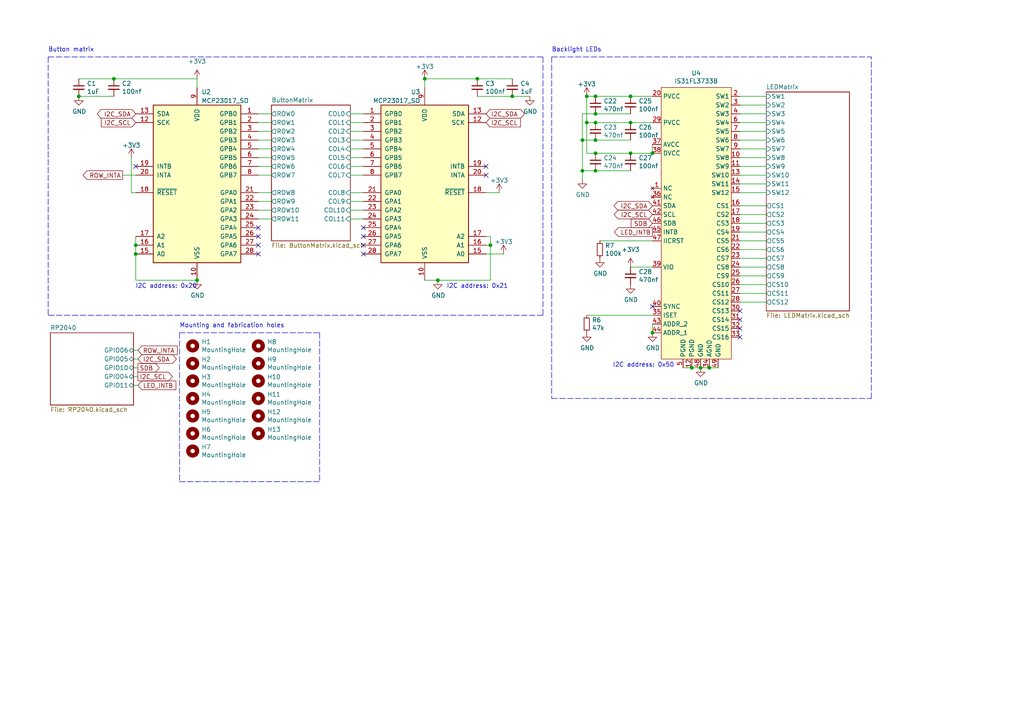
<source format=kicad_sch>
(kicad_sch (version 20211123) (generator eeschema)
  (paper "A4")
  (title_block (title "Collins FMS 3000") (date "%%date%%") (rev "%%version%%") (comment 3 "info@danecreekphotography.com") (comment 4 "Neil Enns"))
  (lib_symbols
    (symbol "Collins-FMS-3000:IS31FL3733B"
      (property "Reference" "U" (at -10.16 30.48 0))
      (property "Value" "IS31FL3733B" (at 20.32 -50.8 0))
      (symbol "IS31FL3733B_0_1"
        (rectangle (start 10.16 29.21) (end -10.16 -49.53) (fill (type background)))
      )
      (symbol "IS31FL3733B_1_1"
        (pin no_connect line (at -12.7 0 0) (length 2.54) (name "NC") (number "1"))
        (pin bidirectional line (at 12.7 8.89 180) (length 2.54) (name "SW8") (number "10"))
        (pin bidirectional line (at 12.7 6.35 180) (length 2.54) (name "SW9") (number "11"))
        (pin power_in line (at -1.27 -52.07 90) (length 2.54) (name "PGND") (number "12"))
        (pin bidirectional line (at 12.7 3.81 180) (length 2.54) (name "SW10") (number "13"))
        (pin bidirectional line (at 12.7 1.27 180) (length 2.54) (name "SW11") (number "14"))
        (pin bidirectional line (at 12.7 -1.27 180) (length 2.54) (name "SW12") (number "15"))
        (pin bidirectional line (at 12.7 -5.08 180) (length 2.54) (name "CS1") (number "16"))
        (pin bidirectional line (at 12.7 -7.62 180) (length 2.54) (name "CS2") (number "17"))
        (pin bidirectional line (at 12.7 -10.16 180) (length 2.54) (name "CS3") (number "18"))
        (pin bidirectional line (at 12.7 -12.7 180) (length 2.54) (name "CS4") (number "19"))
        (pin bidirectional line (at 12.7 26.67 180) (length 2.54) (name "SW1") (number "2"))
        (pin power_in line (at -12.7 26.67 0) (length 2.54) (name "PVCC") (number "20"))
        (pin bidirectional line (at 12.7 -15.24 180) (length 2.54) (name "CS5") (number "21"))
        (pin bidirectional line (at 12.7 -17.78 180) (length 2.54) (name "CS6") (number "22"))
        (pin bidirectional line (at 12.7 -20.32 180) (length 2.54) (name "CS7") (number "23"))
        (pin bidirectional line (at 12.7 -22.86 180) (length 2.54) (name "CS8") (number "24"))
        (pin bidirectional line (at 12.7 -25.4 180) (length 2.54) (name "CS9") (number "25"))
        (pin bidirectional line (at 12.7 -27.94 180) (length 2.54) (name "CS10") (number "26"))
        (pin bidirectional line (at 12.7 -30.48 180) (length 2.54) (name "CS11") (number "27"))
        (pin bidirectional line (at 12.7 -33.02 180) (length 2.54) (name "CS12") (number "28"))
        (pin power_in line (at -12.7 19.05 0) (length 2.54) (name "PVCC") (number "29"))
        (pin bidirectional line (at 12.7 24.13 180) (length 2.54) (name "SW2") (number "3"))
        (pin bidirectional line (at 12.7 -35.56 180) (length 2.54) (name "CS13") (number "30"))
        (pin bidirectional line (at 12.7 -38.1 180) (length 2.54) (name "CS14") (number "31"))
        (pin bidirectional line (at 12.7 -40.64 180) (length 2.54) (name "CS15") (number "32"))
        (pin bidirectional line (at 12.7 -43.18 180) (length 2.54) (name "CS16") (number "33"))
        (pin power_in line (at 3.81 -52.07 90) (length 2.54) (name "AGND") (number "34"))
        (pin input line (at -12.7 -36.83 0) (length 2.54) (name "ISET") (number "35"))
        (pin no_connect line (at -12.7 -2.54 0) (length 2.54) (name "NC") (number "36"))
        (pin power_in line (at -12.7 12.7 0) (length 2.54) (name "AVCC") (number "37"))
        (pin power_in line (at -12.7 10.16 0) (length 2.54) (name "DVCC") (number "38"))
        (pin input line (at -12.7 -22.86 0) (length 2.54) (name "VIO") (number "39"))
        (pin bidirectional line (at 12.7 21.59 180) (length 2.54) (name "SW3") (number "4"))
        (pin bidirectional line (at -12.7 -34.29 0) (length 2.54) (name "SYNC") (number "40"))
        (pin bidirectional line (at -12.7 -5.08 0) (length 2.54) (name "SDA") (number "41"))
        (pin input line (at -12.7 -7.62 0) (length 2.54) (name "SCL") (number "42"))
        (pin input line (at -12.7 -39.37 0) (length 2.54) (name "ADDR_2") (number "43"))
        (pin input line (at -12.7 -41.91 0) (length 2.54) (name "ADDR_1") (number "44"))
        (pin output line (at -12.7 -12.7 0) (length 2.54) (name "INTB") (number "45"))
        (pin input line (at -12.7 -10.16 0) (length 2.54) (name "SDB") (number "46"))
        (pin output line (at -12.7 -15.24 0) (length 2.54) (name "IICRST") (number "47"))
        (pin power_in line (at 1.27 -52.07 90) (length 2.54) (name "GND") (number "48"))
        (pin power_in line (at 6.35 -52.07 90) (length 2.54) (name "GND") (number "49"))
        (pin power_in line (at -3.81 -52.07 90) (length 2.54) (name "PGND") (number "5"))
        (pin bidirectional line (at 12.7 19.05 180) (length 2.54) (name "SW4") (number "6"))
        (pin bidirectional line (at 12.7 16.51 180) (length 2.54) (name "SW5") (number "7"))
        (pin bidirectional line (at 12.7 13.97 180) (length 2.54) (name "SW6") (number "8"))
        (pin bidirectional line (at 12.7 11.43 180) (length 2.54) (name "SW7") (number "9"))
      )
    )
    (symbol "Device:C_Small" (pin_numbers hide) (pin_names (offset 0.254) hide)
      (property "Reference" "C" (at 0.254 1.778 0))
      (property "Value" "C_Small" (at 0.254 -2.032 0))
      (symbol "C_Small_0_1"
        (polyline (pts (xy -1.524 -0.508) (xy 1.524 -0.508)) (stroke (width 0.3302)))
        (polyline (pts (xy -1.524 0.508) (xy 1.524 0.508)) (stroke (width 0.3048)))
      )
      (symbol "C_Small_1_1"
        (pin passive line (at 0 2.54 270) (length 2.032) (name "~") (number "1"))
        (pin passive line (at 0 -2.54 90) (length 2.032) (name "~") (number "2"))
      )
    )
    (symbol "Device:R_Small" (pin_numbers hide) (pin_names (offset 0.254) hide)
      (property "Reference" "R" (at 0.762 0.508 0))
      (property "Value" "R_Small" (at 0.762 -1.016 0))
      (symbol "R_Small_0_1"
        (rectangle (start -0.762 1.778) (end 0.762 -1.778) (stroke (width 0.2032)))
      )
      (symbol "R_Small_1_1"
        (pin passive line (at 0 2.54 270) (length 0.762) (name "~") (number "1"))
        (pin passive line (at 0 -2.54 90) (length 0.762) (name "~") (number "2"))
      )
    )
    (symbol "Interface_Expansion:MCP23017_SO" (pin_names (offset 1.016))
      (property "Reference" "U" (at -11.43 24.13 0))
      (property "Value" "MCP23017_SO" (at 0 0 0))
      (symbol "MCP23017_SO_0_1"
        (rectangle (start -12.7 22.86) (end 12.7 -22.86) (stroke (width 0.254)) (fill (type background)))
      )
      (symbol "MCP23017_SO_1_1"
        (pin bidirectional line (at 17.78 20.32 180) (length 5.08) (name "GPB0") (number "1"))
        (pin power_in line (at 0 -27.94 90) (length 5.08) (name "VSS") (number "10"))
        (pin no_connect line (at -12.7 15.24 0) (length 5.08) hide (name "NC") (number "11"))
        (pin input line (at -17.78 17.78 0) (length 5.08) (name "SCK") (number "12"))
        (pin bidirectional line (at -17.78 20.32 0) (length 5.08) (name "SDA") (number "13"))
        (pin no_connect line (at -12.7 12.7 0) (length 5.08) hide (name "NC") (number "14"))
        (pin input line (at -17.78 -20.32 0) (length 5.08) (name "A0") (number "15"))
        (pin input line (at -17.78 -17.78 0) (length 5.08) (name "A1") (number "16"))
        (pin input line (at -17.78 -15.24 0) (length 5.08) (name "A2") (number "17"))
        (pin input line (at -17.78 -2.54 0) (length 5.08) (name "~{RESET}") (number "18"))
        (pin tri_state line (at -17.78 5.08 0) (length 5.08) (name "INTB") (number "19"))
        (pin bidirectional line (at 17.78 17.78 180) (length 5.08) (name "GPB1") (number "2"))
        (pin tri_state line (at -17.78 2.54 0) (length 5.08) (name "INTA") (number "20"))
        (pin bidirectional line (at 17.78 -2.54 180) (length 5.08) (name "GPA0") (number "21"))
        (pin bidirectional line (at 17.78 -5.08 180) (length 5.08) (name "GPA1") (number "22"))
        (pin bidirectional line (at 17.78 -7.62 180) (length 5.08) (name "GPA2") (number "23"))
        (pin bidirectional line (at 17.78 -10.16 180) (length 5.08) (name "GPA3") (number "24"))
        (pin bidirectional line (at 17.78 -12.7 180) (length 5.08) (name "GPA4") (number "25"))
        (pin bidirectional line (at 17.78 -15.24 180) (length 5.08) (name "GPA5") (number "26"))
        (pin bidirectional line (at 17.78 -17.78 180) (length 5.08) (name "GPA6") (number "27"))
        (pin bidirectional line (at 17.78 -20.32 180) (length 5.08) (name "GPA7") (number "28"))
        (pin bidirectional line (at 17.78 15.24 180) (length 5.08) (name "GPB2") (number "3"))
        (pin bidirectional line (at 17.78 12.7 180) (length 5.08) (name "GPB3") (number "4"))
        (pin bidirectional line (at 17.78 10.16 180) (length 5.08) (name "GPB4") (number "5"))
        (pin bidirectional line (at 17.78 7.62 180) (length 5.08) (name "GPB5") (number "6"))
        (pin bidirectional line (at 17.78 5.08 180) (length 5.08) (name "GPB6") (number "7"))
        (pin bidirectional line (at 17.78 2.54 180) (length 5.08) (name "GPB7") (number "8"))
        (pin power_in line (at 0 27.94 270) (length 5.08) (name "VDD") (number "9"))
      )
    )
    (symbol "Mechanical:MountingHole" (pin_names (offset 1.016))
      (property "Reference" "H" (at 0 5.08 0))
      (property "Value" "MountingHole" (at 0 3.175 0))
      (symbol "MountingHole_0_1"
        (circle (center 0 0) (radius 1.27) (stroke (width 1.27)))
      )
    )
    (symbol "power:+3V3" (power) (pin_names (offset 0))
      (property "Value" "+3V3" (at 0 3.556 0))
      (symbol "+3V3_0_1"
        (polyline (pts (xy -0.762 1.27) (xy 0 2.54)))
        (polyline (pts (xy 0 0) (xy 0 2.54)))
        (polyline (pts (xy 0 2.54) (xy 0.762 1.27)))
      )
      (symbol "+3V3_1_1"
        (pin power_in line (at 0 0 90) (length 0) hide (name "+3V3") (number "1"))
      )
    )
    (symbol "power:GND" (power) (pin_names (offset 0))
      (property "Value" "GND" (at 0 -3.81 0))
      (symbol "GND_0_1"
        (polyline (pts (xy 0 0) (xy 0 -1.27) (xy 1.27 -1.27) (xy 0 -2.54) (xy -1.27 -1.27) (xy 0 -1.27)))
      )
      (symbol "GND_1_1"
        (pin power_in line (at 0 0 270) (length 0) hide (name "GND") (number "1"))
      )
    )
  )
  (junction (at 170.18 35.56))
  (junction (at 138.43 22.86))
  (junction (at 170.18 27.94))
  (junction (at 182.88 44.45))
  (junction (at 200.66 106.68))
  (junction (at 189.23 44.45))
  (junction (at 172.72 49.53))
  (junction (at 172.72 40.64))
  (junction (at 182.88 35.56))
  (junction (at 182.88 27.94))
  (junction (at 168.91 40.64))
  (junction (at 39.37 73.66))
  (junction (at 22.86 27.94))
  (junction (at 148.59 27.94))
  (junction (at 172.72 33.02))
  (junction (at 127 81.28))
  (junction (at 39.37 71.12))
  (junction (at 172.72 27.94))
  (junction (at 123.19 22.86))
  (junction (at 33.02 22.86))
  (junction (at 205.74 106.68))
  (junction (at 142.24 71.12))
  (junction (at 172.72 35.56))
  (junction (at 172.72 44.45))
  (junction (at 189.23 96.52))
  (junction (at 203.2 106.68))
  (junction (at 168.91 49.53))
  (junction (at 57.15 81.28))
  (no_connect (at 105.41 68.58))
  (no_connect (at 214.63 92.71))
  (no_connect (at 74.93 66.04))
  (no_connect (at 105.41 66.04))
  (no_connect (at 140.97 50.8))
  (no_connect (at 214.63 90.17))
  (no_connect (at 214.63 95.25))
  (no_connect (at 140.97 48.26))
  (no_connect (at 214.63 97.79))
  (no_connect (at 189.23 88.9))
  (no_connect (at 74.93 73.66))
  (no_connect (at 74.93 68.58))
  (no_connect (at 39.37 48.26))
  (no_connect (at 105.41 71.12))
  (no_connect (at 105.41 73.66))
  (no_connect (at 74.93 71.12))
  (wire (pts (xy 170.18 35.56) (xy 170.18 27.94)))
  (wire (pts (xy 189.23 93.98) (xy 189.23 96.52)))
  (wire (pts (xy 200.66 106.68) (xy 203.2 106.68)))
  (wire (pts (xy 74.93 58.42) (xy 78.74 58.42)))
  (wire (pts (xy 182.88 35.56) (xy 172.72 35.56)))
  (wire (pts (xy 168.91 33.02) (xy 168.91 40.64)))
  (wire (pts (xy 189.23 44.45) (xy 182.88 44.45)))
  (wire (pts (xy 74.93 33.02) (xy 78.74 33.02)))
  (wire (pts (xy 38.735 101.6) (xy 40.005 101.6)))
  (wire (pts (xy 101.6 35.56) (xy 105.41 35.56)))
  (wire (pts (xy 170.18 44.45) (xy 170.18 35.56)))
  (polyline (pts (xy 160.02 115.57) (xy 252.73 115.57)))
  (wire (pts (xy 74.93 38.1) (xy 78.74 38.1)))
  (wire (pts (xy 142.24 68.58) (xy 142.24 71.12)))
  (polyline (pts (xy 252.73 115.57) (xy 252.73 16.51)))
  (wire (pts (xy 172.72 44.45) (xy 170.18 44.45)))
  (wire (pts (xy 74.93 63.5) (xy 78.74 63.5)))
  (polyline (pts (xy 157.48 91.44) (xy 13.97 91.44)))
  (wire (pts (xy 101.6 40.64) (xy 105.41 40.64)))
  (polyline (pts (xy 52.07 139.7) (xy 92.71 139.7)))
  (wire (pts (xy 214.63 62.23) (xy 222.25 62.23)))
  (wire (pts (xy 214.63 53.34) (xy 222.25 53.34)))
  (wire (pts (xy 123.19 25.4) (xy 123.19 22.86)))
  (wire (pts (xy 38.735 106.68) (xy 40.005 106.68)))
  (wire (pts (xy 214.63 27.94) (xy 222.25 27.94)))
  (wire (pts (xy 22.86 27.94) (xy 33.02 27.94)))
  (wire (pts (xy 172.72 40.64) (xy 168.91 40.64)))
  (wire (pts (xy 214.63 77.47) (xy 222.25 77.47)))
  (wire (pts (xy 214.63 30.48) (xy 222.25 30.48)))
  (wire (pts (xy 74.93 48.26) (xy 78.74 48.26)))
  (wire (pts (xy 214.63 48.26) (xy 222.25 48.26)))
  (wire (pts (xy 208.28 106.68) (xy 205.74 106.68)))
  (wire (pts (xy 74.93 40.64) (xy 78.74 40.64)))
  (wire (pts (xy 40.005 109.22) (xy 38.735 109.22)))
  (wire (pts (xy 148.59 27.94) (xy 153.67 27.94)))
  (wire (pts (xy 140.97 68.58) (xy 142.24 68.58)))
  (wire (pts (xy 189.23 77.47) (xy 182.88 77.47)))
  (wire (pts (xy 214.63 72.39) (xy 222.25 72.39)))
  (wire (pts (xy 101.6 38.1) (xy 105.41 38.1)))
  (wire (pts (xy 101.6 58.42) (xy 105.41 58.42)))
  (wire (pts (xy 214.63 82.55) (xy 222.25 82.55)))
  (polyline (pts (xy 160.02 16.51) (xy 252.73 16.51)))
  (wire (pts (xy 101.6 48.26) (xy 105.41 48.26)))
  (wire (pts (xy 203.2 106.68) (xy 205.74 106.68)))
  (wire (pts (xy 172.72 27.94) (xy 170.18 27.94)))
  (wire (pts (xy 74.93 35.56) (xy 78.74 35.56)))
  (wire (pts (xy 182.88 49.53) (xy 172.72 49.53)))
  (wire (pts (xy 101.6 33.02) (xy 105.41 33.02)))
  (polyline (pts (xy 157.48 16.51) (xy 157.48 91.44)))
  (wire (pts (xy 214.63 59.69) (xy 222.25 59.69)))
  (wire (pts (xy 214.63 69.85) (xy 222.25 69.85)))
  (wire (pts (xy 168.91 40.64) (xy 168.91 49.53)))
  (wire (pts (xy 214.63 64.77) (xy 222.25 64.77)))
  (wire (pts (xy 74.93 50.8) (xy 78.74 50.8)))
  (wire (pts (xy 74.93 43.18) (xy 78.74 43.18)))
  (wire (pts (xy 74.93 45.72) (xy 78.74 45.72)))
  (polyline (pts (xy 13.97 16.51) (xy 13.97 91.44)))
  (wire (pts (xy 198.12 106.68) (xy 200.66 106.68)))
  (wire (pts (xy 214.63 80.01) (xy 222.25 80.01)))
  (wire (pts (xy 182.88 27.94) (xy 172.72 27.94)))
  (wire (pts (xy 214.63 43.18) (xy 222.25 43.18)))
  (wire (pts (xy 38.1 55.88) (xy 39.37 55.88)))
  (wire (pts (xy 38.735 104.14) (xy 40.005 104.14)))
  (wire (pts (xy 148.59 22.86) (xy 138.43 22.86)))
  (wire (pts (xy 214.63 45.72) (xy 222.25 45.72)))
  (wire (pts (xy 189.23 27.94) (xy 182.88 27.94)))
  (wire (pts (xy 142.24 71.12) (xy 142.24 81.28)))
  (wire (pts (xy 57.15 25.4) (xy 57.15 22.86)))
  (wire (pts (xy 214.63 33.02) (xy 222.25 33.02)))
  (wire (pts (xy 101.6 63.5) (xy 105.41 63.5)))
  (wire (pts (xy 182.88 33.02) (xy 172.72 33.02)))
  (wire (pts (xy 214.63 40.64) (xy 222.25 40.64)))
  (wire (pts (xy 214.63 67.31) (xy 222.25 67.31)))
  (polyline (pts (xy 52.07 96.52) (xy 92.71 96.52)))
  (wire (pts (xy 138.43 22.86) (xy 123.19 22.86)))
  (wire (pts (xy 222.25 55.88) (xy 214.63 55.88)))
  (wire (pts (xy 172.72 35.56) (xy 170.18 35.56)))
  (wire (pts (xy 74.93 55.88) (xy 78.74 55.88)))
  (polyline (pts (xy 13.97 16.51) (xy 157.48 16.51)))
  (wire (pts (xy 39.37 68.58) (xy 39.37 71.12)))
  (polyline (pts (xy 52.07 96.52) (xy 52.07 139.7)))
  (wire (pts (xy 74.93 60.96) (xy 78.74 60.96)))
  (wire (pts (xy 40.005 111.76) (xy 38.735 111.76)))
  (wire (pts (xy 170.18 91.44) (xy 189.23 91.44)))
  (polyline (pts (xy 92.71 96.52) (xy 92.71 139.7)))
  (wire (pts (xy 38.1 45.72) (xy 38.1 55.88)))
  (wire (pts (xy 189.23 35.56) (xy 182.88 35.56)))
  (wire (pts (xy 222.25 87.63) (xy 214.63 87.63)))
  (wire (pts (xy 214.63 35.56) (xy 222.25 35.56)))
  (wire (pts (xy 22.86 22.86) (xy 33.02 22.86)))
  (wire (pts (xy 168.91 49.53) (xy 168.91 52.07)))
  (wire (pts (xy 101.6 50.8) (xy 105.41 50.8)))
  (polyline (pts (xy 160.02 16.51) (xy 160.02 115.57)))
  (wire (pts (xy 172.72 33.02) (xy 168.91 33.02)))
  (wire (pts (xy 214.63 74.93) (xy 222.25 74.93)))
  (wire (pts (xy 138.43 27.94) (xy 148.59 27.94)))
  (wire (pts (xy 140.97 55.88) (xy 144.78 55.88)))
  (wire (pts (xy 140.97 73.66) (xy 146.05 73.66)))
  (wire (pts (xy 140.97 71.12) (xy 142.24 71.12)))
  (wire (pts (xy 33.02 22.86) (xy 57.15 22.86)))
  (wire (pts (xy 189.23 69.85) (xy 173.99 69.85)))
  (wire (pts (xy 214.63 38.1) (xy 222.25 38.1)))
  (wire (pts (xy 189.23 41.91) (xy 189.23 44.45)))
  (wire (pts (xy 101.6 60.96) (xy 105.41 60.96)))
  (wire (pts (xy 35.56 50.8) (xy 39.37 50.8)))
  (wire (pts (xy 214.63 50.8) (xy 222.25 50.8)))
  (wire (pts (xy 101.6 43.18) (xy 105.41 43.18)))
  (wire (pts (xy 142.24 81.28) (xy 127 81.28)))
  (wire (pts (xy 214.63 85.09) (xy 222.25 85.09)))
  (wire (pts (xy 101.6 55.88) (xy 105.41 55.88)))
  (wire (pts (xy 127 81.28) (xy 123.19 81.28)))
  (wire (pts (xy 182.88 40.64) (xy 172.72 40.64)))
  (wire (pts (xy 57.15 81.28) (xy 39.37 81.28)))
  (wire (pts (xy 101.6 45.72) (xy 105.41 45.72)))
  (wire (pts (xy 172.72 49.53) (xy 168.91 49.53)))
  (wire (pts (xy 39.37 71.12) (xy 39.37 73.66)))
  (wire (pts (xy 39.37 73.66) (xy 39.37 81.28)))
  (wire (pts (xy 182.88 44.45) (xy 172.72 44.45)))
  (text "I2C address: 0x20" (at 57.15 83.82 180) (effects (font (size 1.27 1.27)) (justify right bottom)))
  (text "Button matrix" (at 13.97 15.24 0) (effects (font (size 1.27 1.27)) (justify left bottom)))
  (text "I2C address: 0x21" (at 129.54 83.82 0) (effects (font (size 1.27 1.27)) (justify left bottom)))
  (text "Mounting and fabrication holes" (at 52.07 95.25 0) (effects (font (size 1.27 1.27)) (justify left bottom)))
  (text "I2C address: 0x50" (at 195.58 106.68 180) (effects (font (size 1.27 1.27)) (justify right bottom)))
  (text "Backlight LEDs" (at 160.02 15.24 0) (effects (font (size 1.27 1.27)) (justify left bottom)))
  (global_label "I2C_SCL" (shape input) (at 140.97 35.56 0) (property "Intersheet References" "${INTERSHEET_REFS}" (effects hide)))
  (global_label "LED_INTB" (shape input) (at 40.005 111.76 0) (property "Intersheet References" "${INTERSHEET_REFS}" (effects hide)))
  (global_label "LED_INTB" (shape output) (at 189.23 67.31 180) (property "Intersheet References" "${INTERSHEET_REFS}" (effects hide)))
  (global_label "I2C_SDA" (shape bidirectional) (at 39.37 33.02 180) (property "Intersheet References" "${INTERSHEET_REFS}" (effects hide)))
  (global_label "I2C_SDA" (shape bidirectional) (at 189.23 59.69 180) (property "Intersheet References" "${INTERSHEET_REFS}" (effects hide)))
  (global_label "I2C_SCL" (shape input) (at 39.37 35.56 180) (property "Intersheet References" "${INTERSHEET_REFS}" (effects hide)))
  (global_label "I2C_SCL" (shape bidirectional) (at 189.23 62.23 180) (property "Intersheet References" "${INTERSHEET_REFS}" (effects hide)))
  (global_label "ROW_INTA" (shape output) (at 35.56 50.8 180) (property "Intersheet References" "${INTERSHEET_REFS}" (effects hide)))
  (global_label "I2C_SDA" (shape bidirectional) (at 140.97 33.02 0) (property "Intersheet References" "${INTERSHEET_REFS}" (effects hide)))
  (global_label "ROW_INTA" (shape input) (at 40.005 101.6 0) (property "Intersheet References" "${INTERSHEET_REFS}" (effects hide)))
  (global_label "SDB" (shape input) (at 189.23 64.77 180) (property "Intersheet References" "${INTERSHEET_REFS}" (effects hide)))
  (global_label "I2C_SDA" (shape bidirectional) (at 40.005 104.14 0) (property "Intersheet References" "${INTERSHEET_REFS}" (effects hide)))
  (global_label "I2C_SCL" (shape output) (at 40.005 109.22 0) (property "Intersheet References" "${INTERSHEET_REFS}" (effects hide)))
  (global_label "SDB" (shape output) (at 40.005 106.68 0) (property "Intersheet References" "${INTERSHEET_REFS}" (effects hide)))
  (symbol (lib_id "Device:C_Small") (at 33.02 25.4 0) (unit 1)
    (property "Reference" "C2" (at 35.3568 24.2316 0) (effects (justify left)))
    (property "Value" "100nf" (at 35.3568 26.543 0) (effects (justify left)))
    (property "Footprint" "Collins-FMS-3000:Perfect_0402" (effects hide))
    (property "JLC" "0402" (effects hide))
    (property "LCSC" "C1525" (effects hide))
  )
  (symbol (lib_id "Device:C_Small") (at 22.86 25.4 0) (unit 1)
    (property "Reference" "C1" (at 25.1968 24.2316 0) (effects (justify left)))
    (property "Value" "1uF" (at 25.1968 26.543 0) (effects (justify left)))
    (property "Footprint" "Collins-FMS-3000:Perfect_0402" (effects hide))
    (property "JLC" "0402" (effects hide))
    (property "LCSC" "C52923" (effects hide))
  )
  (symbol (lib_id "Device:C_Small") (at 138.43 25.4 0) (unit 1)
    (property "Reference" "C3" (at 140.7668 24.2316 0) (effects (justify left)))
    (property "Value" "100nf" (at 140.7668 26.543 0) (effects (justify left)))
    (property "Footprint" "Collins-FMS-3000:Perfect_0402" (effects hide))
    (property "JLC" "0402" (effects hide))
    (property "LCSC" "C1525" (effects hide))
  )
  (symbol (lib_id "Device:C_Small") (at 148.59 25.4 0) (unit 1)
    (property "Reference" "C4" (at 150.9268 24.2316 0) (effects (justify left)))
    (property "Value" "1uF" (at 150.9268 26.543 0) (effects (justify left)))
    (property "Footprint" "Collins-FMS-3000:Perfect_0402" (effects hide))
    (property "JLC" "0402" (effects hide))
    (property "LCSC" "C52923" (effects hide))
  )
  (symbol (lib_id "Mechanical:MountingHole") (at 55.88 100.33 0) (unit 1)
    (property "Reference" "H1" (at 58.42 99.1616 0) (effects (justify left)))
    (property "Value" "MountingHole" (at 58.42 101.473 0) (effects (justify left)))
    (property "Footprint" "MountingHole:MountingHole_3.2mm_M3" (effects hide))
  )
  (symbol (lib_id "Mechanical:MountingHole") (at 55.88 105.41 0) (unit 1)
    (property "Reference" "H2" (at 58.42 104.2416 0) (effects (justify left)))
    (property "Value" "MountingHole" (at 58.42 106.553 0) (effects (justify left)))
    (property "Footprint" "MountingHole:MountingHole_3.2mm_M3" (effects hide))
  )
  (symbol (lib_id "Mechanical:MountingHole") (at 55.88 110.49 0) (unit 1)
    (property "Reference" "H3" (at 58.42 109.3216 0) (effects (justify left)))
    (property "Value" "MountingHole" (at 58.42 111.633 0) (effects (justify left)))
    (property "Footprint" "MountingHole:MountingHole_3.2mm_M3" (effects hide))
  )
  (symbol (lib_id "Mechanical:MountingHole") (at 55.88 115.57 0) (unit 1)
    (property "Reference" "H4" (at 58.42 114.4016 0) (effects (justify left)))
    (property "Value" "MountingHole" (at 58.42 116.713 0) (effects (justify left)))
    (property "Footprint" "MountingHole:MountingHole_3.2mm_M3" (effects hide))
  )
  (symbol (lib_id "Mechanical:MountingHole") (at 55.88 120.65 0) (unit 1)
    (property "Reference" "H5" (at 58.42 119.4816 0) (effects (justify left)))
    (property "Value" "MountingHole" (at 58.42 121.793 0) (effects (justify left)))
    (property "Footprint" "Collins-FMS-3000:JLCPCB_Tooling_Hole" (effects hide))
  )
  (symbol (lib_id "Mechanical:MountingHole") (at 55.88 125.73 0) (unit 1)
    (property "Reference" "H6" (at 58.42 124.5616 0) (effects (justify left)))
    (property "Value" "MountingHole" (at 58.42 126.873 0) (effects (justify left)))
    (property "Footprint" "Collins-FMS-3000:JLCPCB_Tooling_Hole" (effects hide))
  )
  (symbol (lib_id "Mechanical:MountingHole") (at 55.88 130.81 0) (unit 1)
    (property "Reference" "H7" (at 58.42 129.6416 0) (effects (justify left)))
    (property "Value" "MountingHole" (at 58.42 131.953 0) (effects (justify left)))
    (property "Footprint" "Collins-FMS-3000:JLCPCB_Tooling_Hole" (effects hide))
  )
  (symbol (lib_id "Device:C_Small") (at 182.88 30.48 0) (unit 1)
    (property "Reference" "C25" (at 185.2168 29.3116 0) (effects (justify left)))
    (property "Value" "100nf" (at 185.2168 31.623 0) (effects (justify left)))
    (property "Footprint" "Collins-FMS-3000:Perfect_0402" (effects hide))
    (property "JLC" "0402" (effects hide))
    (property "LCSC" "C1525" (effects hide))
  )
  (symbol (lib_id "Device:C_Small") (at 172.72 30.48 0) (unit 1)
    (property "Reference" "C22" (at 175.0568 29.3116 0) (effects (justify left)))
    (property "Value" "470nf" (at 175.0568 31.623 0) (effects (justify left)))
    (property "Footprint" "Collins-FMS-3000:Perfect_0402" (effects hide))
    (property "JLC" "0402" (effects hide))
    (property "LCSC" "C47339" (effects hide))
  )
  (symbol (lib_id "Device:C_Small") (at 172.72 38.1 0) (unit 1)
    (property "Reference" "C23" (at 175.0568 36.9316 0) (effects (justify left)))
    (property "Value" "470nf" (at 175.0568 39.243 0) (effects (justify left)))
    (property "Footprint" "Collins-FMS-3000:Perfect_0402" (effects hide))
    (property "JLC" "0402" (effects hide))
    (property "LCSC" "C47339" (effects hide))
  )
  (symbol (lib_id "Device:C_Small") (at 182.88 38.1 0) (unit 1)
    (property "Reference" "C26" (at 185.2168 36.9316 0) (effects (justify left)))
    (property "Value" "100nf" (at 185.2168 39.243 0) (effects (justify left)))
    (property "Footprint" "Collins-FMS-3000:Perfect_0402" (effects hide))
    (property "JLC" "0402" (effects hide))
    (property "LCSC" "C1525" (effects hide))
  )
  (symbol (lib_id "Device:C_Small") (at 172.72 46.99 0) (unit 1)
    (property "Reference" "C24" (at 175.0568 45.8216 0) (effects (justify left)))
    (property "Value" "470nf" (at 175.0568 48.133 0) (effects (justify left)))
    (property "Footprint" "Collins-FMS-3000:Perfect_0402" (effects hide))
    (property "JLC" "0402" (effects hide))
    (property "LCSC" "C47339" (effects hide))
  )
  (symbol (lib_id "Device:C_Small") (at 182.88 46.99 0) (unit 1)
    (property "Reference" "C27" (at 185.2168 45.8216 0) (effects (justify left)))
    (property "Value" "100nf" (at 185.2168 48.133 0) (effects (justify left)))
    (property "Footprint" "Collins-FMS-3000:Perfect_0402" (effects hide))
    (property "JLC" "0402" (effects hide))
    (property "LCSC" "C1525" (effects hide))
  )
  (symbol (lib_id "power:GND") (at 168.91 52.07 0) (unit 1)
    (property "Reference" "#PWR08" (effects hide))
    (property "Value" "GND" (at 169.037 56.4642 0))
  )
  (symbol (lib_id "Device:C_Small") (at 182.88 80.01 0) (unit 1)
    (property "Reference" "C28" (at 185.2168 78.8416 0) (effects (justify left)))
    (property "Value" "470nf" (at 185.2168 81.153 0) (effects (justify left)))
    (property "Footprint" "Collins-FMS-3000:Perfect_0402" (effects hide))
    (property "JLC" "0402" (effects hide))
    (property "LCSC" "C47339" (effects hide))
  )
  (symbol (lib_id "power:GND") (at 182.88 82.55 0) (unit 1)
    (property "Reference" "#PWR014" (effects hide))
    (property "Value" "GND" (at 183.007 86.9442 0))
  )
  (symbol (lib_id "Device:R_Small") (at 173.99 72.39 0) (unit 1)
    (property "Reference" "R7" (at 175.4886 71.2216 0) (effects (justify left)))
    (property "Value" "100k" (at 175.4886 73.533 0) (effects (justify left)))
    (property "Footprint" "Resistor_SMD:R_0603_1608Metric" (effects hide))
    (property "JLC" "0603" (effects hide))
    (property "LCSC" "C25803" (effects hide))
  )
  (symbol (lib_id "power:GND") (at 173.99 74.93 0) (unit 1)
    (property "Reference" "#PWR010" (effects hide))
    (property "Value" "GND" (at 174.117 79.3242 0))
  )
  (symbol (lib_id "power:GND") (at 203.2 106.68 0) (unit 1)
    (property "Reference" "#PWR016" (effects hide))
    (property "Value" "GND" (at 203.327 111.0742 0))
  )
  (symbol (lib_id "Device:R_Small") (at 170.18 93.98 0) (unit 1)
    (property "Reference" "R6" (at 171.6786 92.8116 0) (effects (justify left)))
    (property "Value" "47k" (at 171.6786 95.123 0) (effects (justify left)))
    (property "Footprint" "Collins-FMS-3000:Perfect_0402" (effects hide))
    (property "JLC" "0402" (effects hide))
    (property "LCSC" "C25792" (effects hide))
  )
  (symbol (lib_id "power:GND") (at 189.23 96.52 0) (unit 1)
    (property "Reference" "#PWR015" (effects hide))
    (property "Value" "GND" (at 189.357 100.9142 0))
  )
  (symbol (lib_id "power:GND") (at 170.18 96.52 0) (unit 1)
    (property "Reference" "#PWR09" (effects hide))
    (property "Value" "GND" (at 170.307 100.9142 0))
  )
  (symbol (lib_id "Mechanical:MountingHole") (at 74.93 100.33 0) (unit 1)
    (property "Reference" "H8" (at 77.47 99.1616 0) (effects (justify left)))
    (property "Value" "MountingHole" (at 77.47 101.473 0) (effects (justify left)))
    (property "Footprint" "MountingHole:MountingHole_3.2mm_M3" (effects hide))
  )
  (symbol (lib_id "Mechanical:MountingHole") (at 74.93 110.49 0) (unit 1)
    (property "Reference" "H10" (at 77.47 109.3216 0) (effects (justify left)))
    (property "Value" "MountingHole" (at 77.47 111.633 0) (effects (justify left)))
    (property "Footprint" "MountingHole:MountingHole_3.2mm_M3" (effects hide))
  )
  (symbol (lib_id "Mechanical:MountingHole") (at 74.93 120.65 0) (unit 1)
    (property "Reference" "H12" (at 77.47 119.4816 0) (effects (justify left)))
    (property "Value" "MountingHole" (at 77.47 121.793 0) (effects (justify left)))
    (property "Footprint" "MountingHole:MountingHole_3.2mm_M3" (effects hide))
  )
  (symbol (lib_id "Mechanical:MountingHole") (at 74.93 105.41 0) (unit 1)
    (property "Reference" "H9" (at 77.47 104.2416 0) (effects (justify left)))
    (property "Value" "MountingHole" (at 77.47 106.553 0) (effects (justify left)))
    (property "Footprint" "MountingHole:MountingHole_3.2mm_M3" (effects hide))
  )
  (symbol (lib_id "Mechanical:MountingHole") (at 74.93 115.57 0) (unit 1)
    (property "Reference" "H11" (at 77.47 114.4016 0) (effects (justify left)))
    (property "Value" "MountingHole" (at 77.47 116.713 0) (effects (justify left)))
    (property "Footprint" "MountingHole:MountingHole_3.2mm_M3" (effects hide))
  )
  (symbol (lib_id "Mechanical:MountingHole") (at 74.93 125.73 0) (unit 1)
    (property "Reference" "H13" (at 77.47 124.5616 0) (effects (justify left)))
    (property "Value" "MountingHole" (at 77.47 126.873 0) (effects (justify left)))
    (property "Footprint" "MountingHole:MountingHole_3.2mm_M3" (effects hide))
  )
  (symbol (lib_id "Collins-FMS-3000:IS31FL3733B") (at 201.93 54.61 0) (unit 1)
    (property "Reference" "U4" (at 201.93 21.209 0))
    (property "Value" "IS31FL3733B" (at 201.93 23.5204 0))
    (property "Footprint" "Package_QFP:TQFP-48-1EP_7x7mm_P0.5mm_EP5x5mm_ThermalVias" (effects hide))
    (property "Datasheet" "https://www.lumissil.com/assets/pdf/core/IS31FL3733B_DS.pdf" (effects hide))
  )
  (symbol (lib_id "power:GND") (at 22.86 27.94 0) (unit 1)
    (property "Reference" "#PWR0104" (effects hide))
    (property "Value" "GND" (at 22.987 32.3342 0))
  )
  (symbol (lib_id "power:GND") (at 153.67 27.94 0) (unit 1)
    (property "Reference" "#PWR0105" (effects hide))
    (property "Value" "GND" (at 153.797 32.3342 0))
  )
  (symbol (lib_id "Interface_Expansion:MCP23017_SO") (at 57.15 53.34 0) (unit 1)
    (property "Reference" "U2" (at 58.42 26.67 0) (effects (justify left)))
    (property "Value" "MCP23017_SO" (at 58.42 29.21 0) (effects (justify left)))
    (property "Footprint" "Package_SO:SOIC-28W_7.5x17.9mm_P1.27mm" (effects hide))
    (property "Datasheet" "http://ww1.microchip.com/downloads/en/DeviceDoc/20001952C.pdf" (effects hide))
  )
  (symbol (lib_id "power:GND") (at 57.15 81.28 0) (unit 1)
    (property "Reference" "#PWR02" (effects hide))
    (property "Value" "GND" (at 57.277 85.6742 0))
  )
  (symbol (lib_id "Interface_Expansion:MCP23017_SO") (at 123.19 53.34 0) (mirror y) (unit 1)
    (property "Reference" "U3" (at 121.92 26.67 0) (effects (justify left)))
    (property "Value" "MCP23017_SO" (at 121.92 29.21 0) (effects (justify left)))
    (property "Footprint" "Package_SO:SOIC-28W_7.5x17.9mm_P1.27mm" (effects hide))
    (property "Datasheet" "http://ww1.microchip.com/downloads/en/DeviceDoc/20001952C.pdf" (effects hide))
  )
  (symbol (lib_id "power:GND") (at 127 81.28 0) (unit 1)
    (property "Reference" "#PWR04" (effects hide))
    (property "Value" "GND" (at 127.127 85.6742 0))
  )
  (symbol (lib_id "power:+3V3") (at 170.18 27.94 0) (unit 1)
    (property "Reference" "#PWR0102" (effects hide))
    (property "Value" "+3V3" (at 170.18 24.384 0))
  )
  (symbol (lib_id "power:+3V3") (at 146.05 73.66 0) (unit 1)
    (property "Reference" "#PWR0107" (effects hide))
    (property "Value" "+3V3" (at 146.05 70.104 0))
  )
  (symbol (lib_id "power:+3V3") (at 182.88 77.47 0) (unit 1)
    (property "Reference" "#PWR0103" (effects hide))
    (property "Value" "+3V3" (at 182.88 72.39 0))
  )
  (symbol (lib_id "power:+3V3") (at 38.1 45.72 0) (unit 1)
    (property "Reference" "#PWR0101" (effects hide))
    (property "Value" "+3V3" (at 38.1 42.164 0))
  )
  (symbol (lib_id "power:+3V3") (at 57.15 22.86 0) (unit 1)
    (property "Reference" "#PWR0109" (effects hide))
    (property "Value" "+3V3" (at 57.15 17.78 0))
  )
  (symbol (lib_id "power:+3V3") (at 144.78 55.88 0) (unit 1)
    (property "Reference" "#PWR0106" (effects hide))
    (property "Value" "+3V3" (at 144.78 52.324 0))
  )
  (symbol (lib_id "power:+3V3") (at 123.19 22.86 0) (unit 1)
    (property "Reference" "#PWR0108" (effects hide))
    (property "Value" "+3V3" (at 123.19 19.304 0))
  )
  (sheet (at 222.25 26.67) (size 24.13 63.5)
    (property "Sheet name" "LEDMatrix" (at 222.25 25.9584 0) (effects (justify left bottom)))
    (property "Sheet file" "LEDMatrix.kicad_sch" (at 222.25 90.7546 0) (effects (justify left top)))
    (pin "CS1" output (at 222.25 59.69 180))
    (pin "CS2" output (at 222.25 62.23 180))
    (pin "CS3" output (at 222.25 64.77 180))
    (pin "CS4" output (at 222.25 67.31 180))
    (pin "CS5" output (at 222.25 69.85 180))
    (pin "CS6" output (at 222.25 72.39 180))
    (pin "CS7" output (at 222.25 74.93 180))
    (pin "CS8" output (at 222.25 77.47 180))
    (pin "CS9" output (at 222.25 80.01 180))
    (pin "CS10" output (at 222.25 82.55 180))
    (pin "CS11" output (at 222.25 85.09 180))
    (pin "SW1" input (at 222.25 27.94 180))
    (pin "SW2" input (at 222.25 30.48 180))
    (pin "SW3" input (at 222.25 33.02 180))
    (pin "SW4" input (at 222.25 35.56 180))
    (pin "SW5" input (at 222.25 38.1 180))
    (pin "SW6" input (at 222.25 40.64 180))
    (pin "SW7" input (at 222.25 43.18 180))
    (pin "SW8" input (at 222.25 45.72 180))
    (pin "SW9" input (at 222.25 48.26 180))
    (pin "SW10" input (at 222.25 50.8 180))
    (pin "SW11" input (at 222.25 53.34 180))
    (pin "CS12" output (at 222.25 87.63 180))
    (pin "SW12" input (at 222.25 55.88 180))
  )
  (sheet (at 78.74 30.48) (size 22.86 39.37)
    (property "Sheet name" "ButtonMatrix" (at 78.74 29.7684 0) (effects (justify left bottom)))
    (property "Sheet file" "ButtonMatrix.kicad_sch" (at 78.74 70.4346 0) (effects (justify left top)))
    (pin "ROW0" output (at 78.74 33.02 180))
    (pin "ROW1" output (at 78.74 35.56 180))
    (pin "ROW2" output (at 78.74 38.1 180))
    (pin "ROW3" output (at 78.74 40.64 180))
    (pin "ROW4" output (at 78.74 43.18 180))
    (pin "ROW5" output (at 78.74 45.72 180))
    (pin "ROW6" output (at 78.74 48.26 180))
    (pin "ROW7" output (at 78.74 50.8 180))
    (pin "ROW8" output (at 78.74 55.88 180))
    (pin "ROW9" output (at 78.74 58.42 180))
    (pin "ROW10" output (at 78.74 60.96 180))
    (pin "COL0" input (at 101.6 33.02 0))
    (pin "COL1" input (at 101.6 35.56 0))
    (pin "COL2" input (at 101.6 38.1 0))
    (pin "COL3" input (at 101.6 40.64 0))
    (pin "COL4" input (at 101.6 43.18 0))
    (pin "COL5" input (at 101.6 45.72 0))
    (pin "COL6" input (at 101.6 48.26 0))
    (pin "COL7" input (at 101.6 50.8 0))
    (pin "COL8" input (at 101.6 55.88 0))
    (pin "COL9" input (at 101.6 58.42 0))
    (pin "COL10" input (at 101.6 60.96 0))
    (pin "COL11" input (at 101.6 63.5 0))
    (pin "ROW11" output (at 78.74 63.5 180))
  )
  (sheet (at 14.605 96.52) (size 24.13 20.955) (stroke (width 0.1524))
    (property "Sheet name" "RP2040" (at 14.605 95.8084 0) (effects (justify left bottom)))
    (property "Sheet file" "RP2040.kicad_sch" (at 14.605 118.0596 0) (effects (justify left top)))
    (pin "GPIO06" bidirectional (at 38.735 101.6 0))
    (pin "GPIO05" bidirectional (at 38.735 104.14 0))
    (pin "GPIO04" bidirectional (at 38.735 109.22 0))
    (pin "GPIO11" bidirectional (at 38.735 111.76 0))
    (pin "GPIO10" bidirectional (at 38.735 106.68 0))
  )
)
</source>
